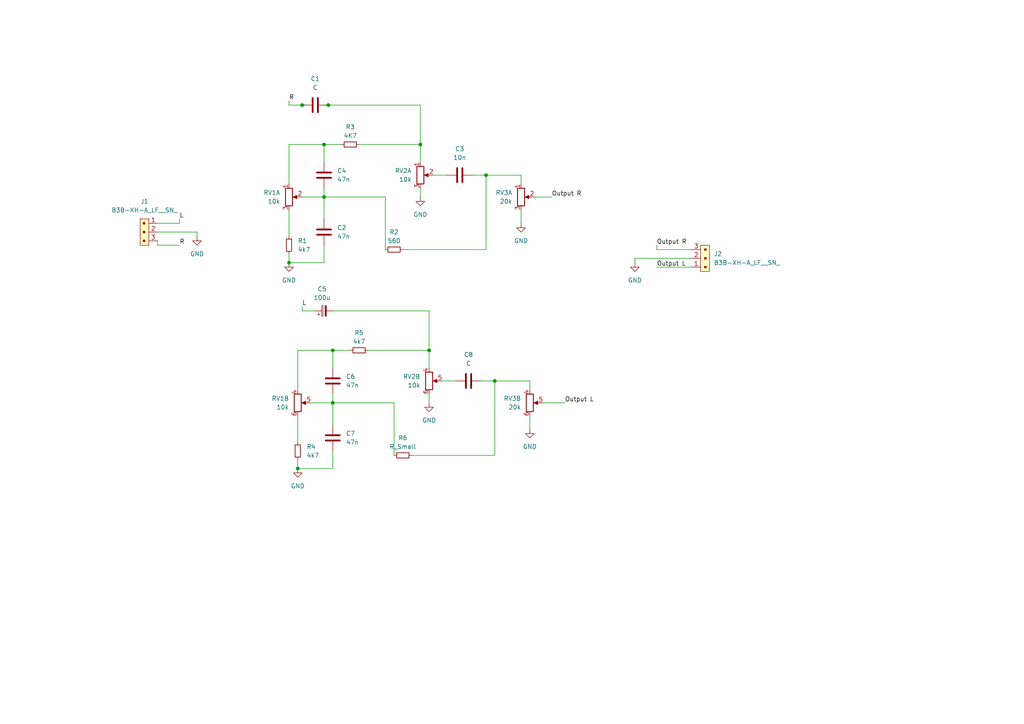
<source format=kicad_sch>
(kicad_sch (version 20230121) (generator eeschema)
  (paper "A4")
  (lib_symbols
    (symbol "Device:C" (pin_numbers hide) (pin_names (offset 0.254))
      (property "Reference" "C" (at 0.635 2.54 0))
      (property "Value" "C" (at 0.635 -2.54 0))
      (symbol "C_0_1"
        (polyline (pts (xy -2.032 -0.762) (xy 2.032 -0.762)) (stroke (width 0.508)))
        (polyline (pts (xy -2.032 0.762) (xy 2.032 0.762)) (stroke (width 0.508)))
      )
      (symbol "C_1_1"
        (pin passive line (at 0 3.81 270) (length 2.794) (name "~") (number "1"))
        (pin passive line (at 0 -3.81 90) (length 2.794) (name "~") (number "2"))
      )
    )
    (symbol "Device:C_Polarized_Small" (pin_numbers hide) (pin_names (offset 0.254) hide)
      (property "Reference" "C" (at 0.254 1.778 0))
      (property "Value" "C_Polarized_Small" (at 0.254 -2.032 0))
      (symbol "C_Polarized_Small_0_1"
        (rectangle (start -1.524 -0.3048) (end 1.524 -0.6858) (fill (type outline)))
        (rectangle (start -1.524 0.6858) (end 1.524 0.3048))
        (polyline (pts (xy -1.27 1.524) (xy -0.762 1.524)))
        (polyline (pts (xy -1.016 1.27) (xy -1.016 1.778)))
      )
      (symbol "C_Polarized_Small_1_1"
        (pin passive line (at 0 2.54 270) (length 1.8542) (name "~") (number "1"))
        (pin passive line (at 0 -2.54 90) (length 1.8542) (name "~") (number "2"))
      )
    )
    (symbol "Device:R_Potentiometer_Dual_Separate" (pin_names (offset 1.016) hide)
      (property "Reference" "RV" (at -4.445 0 90))
      (property "Value" "R_Potentiometer_Dual_Separate" (at -2.54 0 90))
      (symbol "R_Potentiometer_Dual_Separate_0_1"
        (polyline (pts (xy 2.54 0) (xy 1.524 0)))
        (polyline (pts (xy 1.143 0) (xy 2.286 0.508) (xy 2.286 -0.508) (xy 1.143 0)) (fill (type outline)))
        (rectangle (start 1.016 2.54) (end -1.016 -2.54) (stroke (width 0.254)))
      )
      (symbol "R_Potentiometer_Dual_Separate_1_1"
        (pin passive line (at 0 3.81 270) (length 1.27) (name "1") (number "1"))
        (pin passive line (at 3.81 0 180) (length 1.27) (name "2") (number "2"))
        (pin passive line (at 0 -3.81 90) (length 1.27) (name "3") (number "3"))
      )
      (symbol "R_Potentiometer_Dual_Separate_2_1"
        (pin passive line (at 0 3.81 270) (length 1.27) (name "4") (number "4"))
        (pin passive line (at 3.81 0 180) (length 1.27) (name "5") (number "5"))
        (pin passive line (at 0 -3.81 90) (length 1.27) (name "6") (number "6"))
      )
    )
    (symbol "Device:R_Small" (pin_numbers hide) (pin_names (offset 0.254) hide)
      (property "Reference" "R" (at 0.762 0.508 0))
      (property "Value" "R_Small" (at 0.762 -1.016 0))
      (symbol "R_Small_0_1"
        (rectangle (start -0.762 1.778) (end 0.762 -1.778) (stroke (width 0.2032)))
      )
      (symbol "R_Small_1_1"
        (pin passive line (at 0 2.54 270) (length 0.762) (name "~") (number "1"))
        (pin passive line (at 0 -2.54 90) (length 0.762) (name "~") (number "2"))
      )
    )
    (symbol "dk_Rectangular-Connectors-Headers-Male-Pins:B3B-XH-A_LF__SN_" (pin_names (offset 1.016) hide)
      (property "Reference" "J" (at -2.54 -1.27 0))
      (property "Value" "B3B-XH-A_LF__SN_" (at 2.54 -3.81 0))
      (symbol "B3B-XH-A_LF__SN__1_1"
        (rectangle (start -1.27 0) (end 6.35 -2.54) (fill (type background)))
        (rectangle (start -0.254 -1.143) (end 0.254 -1.651) (fill (type outline)))
        (rectangle (start 2.286 -1.143) (end 2.794 -1.651) (fill (type outline)))
        (rectangle (start 4.826 -1.143) (end 5.334 -1.651) (fill (type outline)))
        (pin passive line (at 0 2.54 270) (length 2.54) (name "~") (number "1"))
        (pin passive line (at 2.54 2.54 270) (length 2.54) (name "~") (number "2"))
        (pin passive line (at 5.08 2.54 270) (length 2.54) (name "~") (number "3"))
      )
    )
    (symbol "power:GND" (power) (pin_names (offset 0))
      (property "Value" "GND" (at 0 -3.81 0))
      (symbol "GND_0_1"
        (polyline (pts (xy 0 0) (xy 0 -1.27) (xy 1.27 -1.27) (xy 0 -2.54) (xy -1.27 -1.27) (xy 0 -1.27)))
      )
      (symbol "GND_1_1"
        (pin power_in line (at 0 0 270) (length 0) hide (name "GND") (number "1"))
      )
    )
  )
  (junction (at 93.98 41.91))
  (junction (at 87.63 30.48))
  (junction (at 93.98 57.15))
  (junction (at 96.52 116.84))
  (junction (at 124.46 101.6))
  (junction (at 121.92 41.91))
  (junction (at 83.82 76.2))
  (junction (at 95.25 30.48))
  (junction (at 143.51 110.49))
  (junction (at 86.36 135.89))
  (junction (at 140.97 50.8))
  (junction (at 96.52 101.6))
  (wire (pts (xy 86.36 113.03) (xy 86.36 101.6)))
  (wire (pts (xy 83.82 30.48) (xy 83.82 29.21)))
  (wire (pts (xy 111.76 72.39) (xy 111.76 57.15)))
  (wire (pts (xy 114.3 116.84) (xy 96.52 116.84)))
  (wire (pts (xy 96.52 101.6) (xy 101.6 101.6)))
  (wire (pts (xy 139.7 110.49) (xy 143.51 110.49)))
  (wire (pts (xy 45.72 64.77) (xy 52.07 64.77)))
  (wire (pts (xy 140.97 50.8) (xy 151.13 50.8)))
  (wire (pts (xy 90.17 116.84) (xy 96.52 116.84)))
  (wire (pts (xy 91.44 90.17) (xy 87.63 90.17)))
  (wire (pts (xy 86.36 135.89) (xy 86.36 133.35)))
  (wire (pts (xy 93.98 41.91) (xy 93.98 46.99)))
  (wire (pts (xy 137.16 50.8) (xy 140.97 50.8)))
  (wire (pts (xy 83.82 41.91) (xy 93.98 41.91)))
  (wire (pts (xy 87.63 90.17) (xy 87.63 88.9)))
  (wire (pts (xy 87.63 57.15) (xy 93.98 57.15)))
  (wire (pts (xy 153.67 113.03) (xy 153.67 110.49)))
  (wire (pts (xy 86.36 120.65) (xy 86.36 128.27)))
  (wire (pts (xy 52.07 71.12) (xy 45.72 71.12)))
  (wire (pts (xy 83.82 60.96) (xy 83.82 68.58)))
  (wire (pts (xy 190.5 77.47) (xy 200.66 77.47)))
  (wire (pts (xy 96.52 90.17) (xy 124.46 90.17)))
  (wire (pts (xy 93.98 30.48) (xy 95.25 30.48)))
  (wire (pts (xy 93.98 57.15) (xy 93.98 63.5)))
  (wire (pts (xy 96.52 116.84) (xy 96.52 123.19)))
  (wire (pts (xy 111.76 57.15) (xy 93.98 57.15)))
  (wire (pts (xy 87.63 30.48) (xy 83.82 30.48)))
  (wire (pts (xy 116.84 72.39) (xy 140.97 72.39)))
  (wire (pts (xy 83.82 76.2) (xy 83.82 73.66)))
  (wire (pts (xy 45.72 67.31) (xy 57.15 67.31)))
  (wire (pts (xy 153.67 120.65) (xy 153.67 124.46)))
  (wire (pts (xy 121.92 41.91) (xy 121.92 46.99)))
  (wire (pts (xy 184.15 74.93) (xy 184.15 76.2)))
  (wire (pts (xy 96.52 135.89) (xy 86.36 135.89)))
  (wire (pts (xy 93.98 76.2) (xy 83.82 76.2)))
  (wire (pts (xy 114.3 132.08) (xy 114.3 116.84)))
  (wire (pts (xy 200.66 72.39) (xy 190.5 72.39)))
  (wire (pts (xy 96.52 114.3) (xy 96.52 116.84)))
  (wire (pts (xy 52.07 64.77) (xy 52.07 63.5)))
  (wire (pts (xy 96.52 130.81) (xy 96.52 135.89)))
  (wire (pts (xy 200.66 74.93) (xy 184.15 74.93)))
  (wire (pts (xy 88.9 30.48) (xy 87.63 30.48)))
  (wire (pts (xy 93.98 54.61) (xy 93.98 57.15)))
  (wire (pts (xy 190.5 72.39) (xy 190.5 71.12)))
  (wire (pts (xy 121.92 30.48) (xy 121.92 41.91)))
  (wire (pts (xy 124.46 90.17) (xy 124.46 101.6)))
  (wire (pts (xy 95.25 30.48) (xy 121.92 30.48)))
  (wire (pts (xy 104.14 41.91) (xy 121.92 41.91)))
  (wire (pts (xy 119.38 132.08) (xy 143.51 132.08)))
  (wire (pts (xy 151.13 53.34) (xy 151.13 50.8)))
  (wire (pts (xy 143.51 110.49) (xy 153.67 110.49)))
  (wire (pts (xy 154.94 57.15) (xy 160.02 57.15)))
  (wire (pts (xy 96.52 101.6) (xy 96.52 106.68)))
  (wire (pts (xy 45.72 71.12) (xy 45.72 69.85)))
  (wire (pts (xy 140.97 72.39) (xy 140.97 50.8)))
  (wire (pts (xy 83.82 53.34) (xy 83.82 41.91)))
  (wire (pts (xy 124.46 114.3) (xy 124.46 116.84)))
  (wire (pts (xy 128.27 110.49) (xy 132.08 110.49)))
  (wire (pts (xy 93.98 71.12) (xy 93.98 76.2)))
  (wire (pts (xy 124.46 101.6) (xy 124.46 106.68)))
  (wire (pts (xy 93.98 41.91) (xy 99.06 41.91)))
  (wire (pts (xy 143.51 132.08) (xy 143.51 110.49)))
  (wire (pts (xy 86.36 101.6) (xy 96.52 101.6)))
  (wire (pts (xy 125.73 50.8) (xy 129.54 50.8)))
  (wire (pts (xy 157.48 116.84) (xy 163.83 116.84)))
  (wire (pts (xy 121.92 54.61) (xy 121.92 57.15)))
  (wire (pts (xy 57.15 67.31) (xy 57.15 68.58)))
  (wire (pts (xy 106.68 101.6) (xy 124.46 101.6)))
  (wire (pts (xy 151.13 60.96) (xy 151.13 64.77)))
  (label "R" (at 83.82 29.21 0))
  (label "L" (at 87.63 88.9 0))
  (label "Output R" (at 160.02 57.15 0))
  (label "Output L " (at 190.5 77.47 0))
  (label "Output L " (at 163.83 116.84 0))
  (label "R" (at 52.07 71.12 0))
  (label "L" (at 52.07 63.5 0))
  (label "Output R" (at 190.5 71.12 0))
  (symbol (lib_id "Device:C") (at 133.35 50.8 90) (unit 1)
    (property "Reference" "C3" (at 133.35 43.18 90))
    (property "Value" "10n" (at 133.35 45.72 90))
    (property "Footprint" "Capacitor_SMD:C_1206_3216Metric" (effects hide))
  )
  (symbol (lib_id "Device:R_Potentiometer_Dual_Separate") (at 121.92 50.8 0) (unit 1)
    (property "Reference" "RV2" (at 119.38 49.53 0) (effects (justify right)))
    (property "Value" "10k" (at 119.38 52.07 0) (effects (justify right)))
    (property "Footprint" "Potentiometer_THT:Potentiometer_Alps_RK163_Dual_Horizontal" (effects hide))
  )
  (symbol (lib_id "power:GND") (at 184.15 76.2 0) (unit 1)
    (property "Reference" "#PWR06" (effects hide))
    (property "Value" "GND" (at 184.15 81.28 0))
  )
  (symbol (lib_id "power:GND") (at 83.82 76.2 0) (unit 1)
    (property "Reference" "#PWR07" (effects hide))
    (property "Value" "GND" (at 83.82 81.28 0))
  )
  (symbol (lib_id "Device:R_Small") (at 114.3 72.39 90) (unit 1)
    (property "Reference" "R2" (at 114.3 67.31 90))
    (property "Value" "560" (at 114.3 69.85 90))
    (property "Footprint" "Resistor_SMD:R_1206_3216Metric" (effects hide))
  )
  (symbol (lib_id "Device:R_Potentiometer_Dual_Separate") (at 153.67 116.84 0) (unit 2)
    (property "Reference" "RV3" (at 151.13 115.57 0) (effects (justify right)))
    (property "Value" "20k" (at 151.13 118.11 0) (effects (justify right)))
    (property "Footprint" "Potentiometer_THT:Potentiometer_Alps_RK163_Dual_Horizontal" (effects hide))
  )
  (symbol (lib_id "Device:C") (at 93.98 50.8 0) (unit 1)
    (property "Reference" "C4" (at 97.79 49.53 0) (effects (justify left)))
    (property "Value" "47n" (at 97.79 52.07 0) (effects (justify left)))
    (property "Footprint" "Capacitor_SMD:C_1206_3216Metric" (effects hide))
  )
  (symbol (lib_id "Device:C") (at 96.52 127 0) (unit 1)
    (property "Reference" "C7" (at 100.33 125.73 0) (effects (justify left)))
    (property "Value" "47n" (at 100.33 128.27 0) (effects (justify left)))
    (property "Footprint" "Capacitor_SMD:C_1206_3216Metric" (effects hide))
  )
  (symbol (lib_id "power:GND") (at 151.13 64.77 0) (unit 1)
    (property "Reference" "#PWR02" (effects hide))
    (property "Value" "GND" (at 151.13 69.85 0))
  )
  (symbol (lib_id "Device:R_Potentiometer_Dual_Separate") (at 124.46 110.49 0) (unit 2)
    (property "Reference" "RV2" (at 121.92 109.22 0) (effects (justify right)))
    (property "Value" "10k" (at 121.92 111.76 0) (effects (justify right)))
    (property "Footprint" "Potentiometer_THT:Potentiometer_Alps_RK163_Dual_Horizontal" (effects hide))
  )
  (symbol (lib_id "Device:R_Small") (at 116.84 132.08 270) (mirror x) (unit 1)
    (property "Reference" "R6" (at 116.84 127 90))
    (property "Value" "R_Small" (at 116.84 129.54 90))
    (property "Footprint" "Resistor_SMD:R_1206_3216Metric" (effects hide))
  )
  (symbol (lib_id "Device:R_Small") (at 104.14 101.6 90) (unit 1)
    (property "Reference" "R5" (at 104.14 96.52 90))
    (property "Value" "4k7" (at 104.14 99.06 90))
    (property "Footprint" "Resistor_SMD:R_1206_3216Metric" (effects hide))
  )
  (symbol (lib_id "Device:C") (at 96.52 110.49 0) (unit 1)
    (property "Reference" "C6" (at 100.33 109.22 0) (effects (justify left)))
    (property "Value" "47n" (at 100.33 111.76 0) (effects (justify left)))
    (property "Footprint" "Capacitor_SMD:C_1206_3216Metric" (effects hide))
  )
  (symbol (lib_id "Device:C_Polarized_Small") (at 93.98 90.17 90) (unit 1)
    (property "Reference" "C5" (at 93.4339 83.82 90))
    (property "Value" "100u" (at 93.4339 86.36 90))
    (property "Footprint" "Capacitor_THT:CP_Radial_D4.0mm_P1.50mm" (effects hide))
  )
  (symbol (lib_id "Device:R_Potentiometer_Dual_Separate") (at 86.36 116.84 0) (unit 2)
    (property "Reference" "RV1" (at 83.82 115.57 0) (effects (justify right)))
    (property "Value" "10k" (at 83.82 118.11 0) (effects (justify right)))
    (property "Footprint" "Potentiometer_THT:Potentiometer_Alps_RK163_Dual_Horizontal" (effects hide))
  )
  (symbol (lib_id "power:GND") (at 153.67 124.46 0) (unit 1)
    (property "Reference" "#PWR04" (effects hide))
    (property "Value" "GND" (at 153.67 129.54 0))
  )
  (symbol (lib_id "Device:R_Potentiometer_Dual_Separate") (at 83.82 57.15 0) (unit 1)
    (property "Reference" "RV1" (at 81.28 55.88 0) (effects (justify right)))
    (property "Value" "10k" (at 81.28 58.42 0) (effects (justify right)))
    (property "Footprint" "Potentiometer_THT:Potentiometer_Alps_RK163_Dual_Horizontal" (effects hide))
  )
  (symbol (lib_id "power:GND") (at 86.36 135.89 0) (unit 1)
    (property "Reference" "#PWR08" (effects hide))
    (property "Value" "GND" (at 86.36 140.97 0))
  )
  (symbol (lib_id "dk_Rectangular-Connectors-Headers-Male-Pins:B3B-XH-A_LF__SN_") (at 203.2 77.47 90) (unit 1)
    (property "Reference" "J2" (at 207.01 73.66 90) (effects (justify right)))
    (property "Value" "B3B-XH-A_LF__SN_" (at 207.01 76.2 90) (effects (justify right)))
    (property "Footprint" "digikey-footprints:PinHeader_1x3_P2.5mm_Drill1.1mm" (effects hide))
    (property "Datasheet" "http://www.jst-mfg.com/product/pdf/eng/eXH.pdf" (effects hide))
    (property "Digi-Key_PN" "455-2248-ND" (effects hide))
    (property "MPN" "B3B-XH-A(LF)(SN)" (effects hide))
    (property "Category" "Connectors, Interconnects" (effects hide))
    (property "Family" "Rectangular Connectors - Headers, Male Pins" (effects hide))
    (property "DK_Datasheet_Link" "http://www.jst-mfg.com/product/pdf/eng/eXH.pdf" (effects hide))
    (property "DK_Detail_Page" "/product-detail/en/jst-sales-america-inc/B3B-XH-A(LF)(SN)/455-2248-ND/1651046" (effects hide))
    (property "Description" "CONN HEADER VERT 3POS 2.5MM" (effects hide))
    (property "Manufacturer" "JST Sales America Inc." (effects hide))
    (property "Status" "Active" (effects hide))
  )
  (symbol (lib_id "Device:R_Small") (at 86.36 130.81 0) (unit 1)
    (property "Reference" "R4" (at 88.9 129.54 0) (effects (justify left)))
    (property "Value" "4k7" (at 88.9 132.08 0) (effects (justify left)))
    (property "Footprint" "Resistor_SMD:R_1206_3216Metric" (effects hide))
  )
  (symbol (lib_id "power:GND") (at 124.46 116.84 0) (unit 1)
    (property "Reference" "#PWR03" (effects hide))
    (property "Value" "GND" (at 124.46 121.92 0))
  )
  (symbol (lib_id "Device:R_Small") (at 101.6 41.91 90) (unit 1)
    (property "Reference" "R3" (at 101.6 36.83 90))
    (property "Value" "4K7" (at 101.6 39.37 90))
    (property "Footprint" "Resistor_SMD:R_1206_3216Metric" (effects hide))
  )
  (symbol (lib_id "power:GND") (at 57.15 68.58 0) (unit 1)
    (property "Reference" "#PWR05" (effects hide))
    (property "Value" "GND" (at 57.15 73.66 0))
  )
  (symbol (lib_id "Device:C") (at 93.98 67.31 0) (unit 1)
    (property "Reference" "C2" (at 97.79 66.04 0) (effects (justify left)))
    (property "Value" "47n" (at 97.79 68.58 0) (effects (justify left)))
    (property "Footprint" "Capacitor_SMD:C_1206_3216Metric" (effects hide))
  )
  (symbol (lib_id "Device:C") (at 135.89 110.49 90) (unit 1)
    (property "Reference" "C8" (at 135.89 102.87 90))
    (property "Value" "C" (at 135.89 105.41 90))
    (property "Footprint" "Capacitor_SMD:C_1206_3216Metric" (effects hide))
  )
  (symbol (lib_id "power:GND") (at 121.92 57.15 0) (unit 1)
    (property "Reference" "#PWR01" (effects hide))
    (property "Value" "GND" (at 121.92 62.23 0))
  )
  (symbol (lib_id "Device:R_Potentiometer_Dual_Separate") (at 151.13 57.15 0) (unit 1)
    (property "Reference" "RV3" (at 148.59 55.88 0) (effects (justify right)))
    (property "Value" "20k" (at 148.59 58.42 0) (effects (justify right)))
    (property "Footprint" "Potentiometer_THT:Potentiometer_Alps_RK163_Dual_Horizontal" (effects hide))
  )
  (symbol (lib_id "Device:C") (at 91.44 30.48 90) (unit 1)
    (property "Reference" "C1" (at 91.44 22.86 90))
    (property "Value" "C" (at 91.44 25.4 90))
    (property "Footprint" "Capacitor_THT:CP_Radial_D4.0mm_P1.50mm" (effects hide))
  )
  (symbol (lib_id "dk_Rectangular-Connectors-Headers-Male-Pins:B3B-XH-A_LF__SN_") (at 43.18 64.77 270) (unit 1)
    (property "Reference" "J1" (at 41.91 58.42 90))
    (property "Value" "B3B-XH-A_LF__SN_" (at 41.91 60.96 90))
    (property "Footprint" "digikey-footprints:PinHeader_1x3_P2.5mm_Drill1.1mm" (effects hide))
    (property "Datasheet" "http://www.jst-mfg.com/product/pdf/eng/eXH.pdf" (effects hide))
    (property "Digi-Key_PN" "455-2248-ND" (effects hide))
    (property "MPN" "B3B-XH-A(LF)(SN)" (effects hide))
    (property "Category" "Connectors, Interconnects" (effects hide))
    (property "Family" "Rectangular Connectors - Headers, Male Pins" (effects hide))
    (property "DK_Datasheet_Link" "http://www.jst-mfg.com/product/pdf/eng/eXH.pdf" (effects hide))
    (property "DK_Detail_Page" "/product-detail/en/jst-sales-america-inc/B3B-XH-A(LF)(SN)/455-2248-ND/1651046" (effects hide))
    (property "Description" "CONN HEADER VERT 3POS 2.5MM" (effects hide))
    (property "Manufacturer" "JST Sales America Inc." (effects hide))
    (property "Status" "Active" (effects hide))
  )
  (symbol (lib_id "Device:R_Small") (at 83.82 71.12 0) (unit 1)
    (property "Reference" "R1" (at 86.36 69.85 0) (effects (justify left)))
    (property "Value" "4k7" (at 86.36 72.39 0) (effects (justify left)))
    (property "Footprint" "Resistor_SMD:R_1206_3216Metric" (effects hide))
  )
)
</source>
